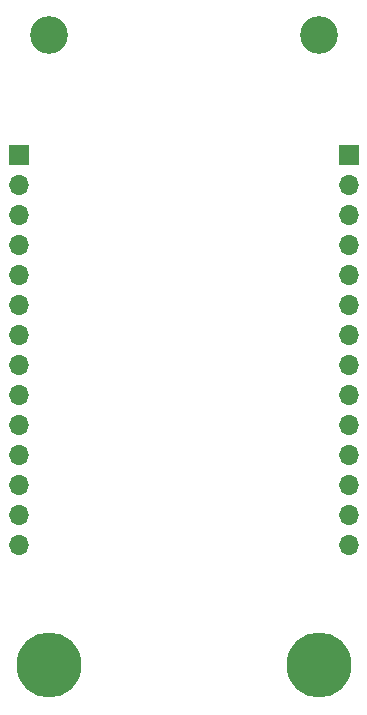
<source format=gbr>
%TF.GenerationSoftware,KiCad,Pcbnew,(6.0.9-0)*%
%TF.CreationDate,2024-06-20T10:35:51+02:00*%
%TF.ProjectId,filter-board,66696c74-6572-42d6-926f-6172642e6b69,rev?*%
%TF.SameCoordinates,Original*%
%TF.FileFunction,Soldermask,Bot*%
%TF.FilePolarity,Negative*%
%FSLAX46Y46*%
G04 Gerber Fmt 4.6, Leading zero omitted, Abs format (unit mm)*
G04 Created by KiCad (PCBNEW (6.0.9-0)) date 2024-06-20 10:35:51*
%MOMM*%
%LPD*%
G01*
G04 APERTURE LIST*
%ADD10C,3.200000*%
%ADD11C,5.500000*%
%ADD12R,1.700000X1.700000*%
%ADD13O,1.700000X1.700000*%
G04 APERTURE END LIST*
D10*
%TO.C,H2*%
X53340000Y-40640000D03*
%TD*%
D11*
%TO.C,H3*%
X76200000Y-93980000D03*
%TD*%
D10*
%TO.C,H4*%
X76200000Y-40640000D03*
%TD*%
D11*
%TO.C,H1*%
X53340000Y-93980000D03*
%TD*%
D12*
%TO.C,J1*%
X50800000Y-50800000D03*
D13*
X50800000Y-53340000D03*
X50800000Y-55880000D03*
X50800000Y-58420000D03*
X50800000Y-60960000D03*
X50800000Y-63500000D03*
X50800000Y-66040000D03*
X50800000Y-68580000D03*
X50800000Y-71120000D03*
X50800000Y-73660000D03*
X50800000Y-76200000D03*
X50800000Y-78740000D03*
X50800000Y-81280000D03*
X50800000Y-83820000D03*
%TD*%
D12*
%TO.C,J2*%
X78740000Y-50800000D03*
D13*
X78740000Y-53340000D03*
X78740000Y-55880000D03*
X78740000Y-58420000D03*
X78740000Y-60960000D03*
X78740000Y-63500000D03*
X78740000Y-66040000D03*
X78740000Y-68580000D03*
X78740000Y-71120000D03*
X78740000Y-73660000D03*
X78740000Y-76200000D03*
X78740000Y-78740000D03*
X78740000Y-81280000D03*
X78740000Y-83820000D03*
%TD*%
M02*

</source>
